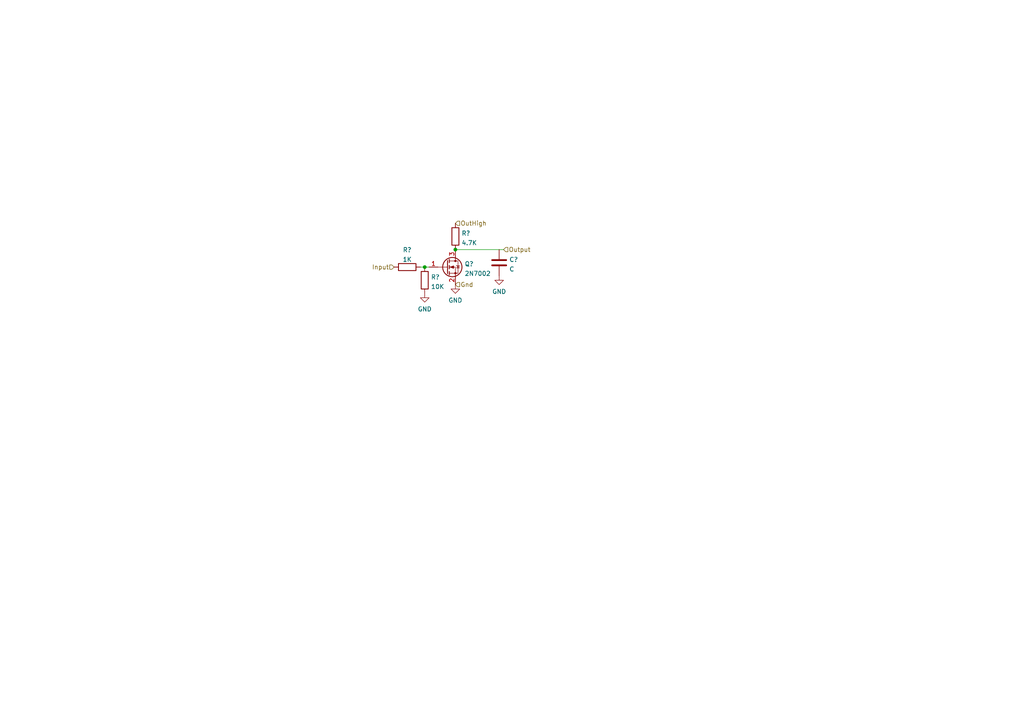
<source format=kicad_sch>
(kicad_sch (version 20211123) (generator eeschema)
  (paper "A4")
  (lib_symbols
    (symbol "Device:C" (pin_numbers hide) (pin_names (offset 0.254))
      (property "Reference" "C" (at 0.635 2.54 0))
      (property "Value" "C" (at 0.635 -2.54 0))
      (symbol "C_0_1"
        (polyline (pts (xy -2.032 -0.762) (xy 2.032 -0.762)) (stroke (width 0.508)))
        (polyline (pts (xy -2.032 0.762) (xy 2.032 0.762)) (stroke (width 0.508)))
      )
      (symbol "C_1_1"
        (pin passive line (at 0 3.81 270) (length 2.794) (name "~") (number "1"))
        (pin passive line (at 0 -3.81 90) (length 2.794) (name "~") (number "2"))
      )
    )
    (symbol "Device:R" (pin_numbers hide) (pin_names (offset 0))
      (property "Reference" "R" (at 2.032 0 90))
      (property "Value" "R" (at 0 0 90))
      (symbol "R_0_1"
        (rectangle (start -1.016 -2.54) (end 1.016 2.54) (stroke (width 0.254)))
      )
      (symbol "R_1_1"
        (pin passive line (at 0 3.81 270) (length 1.27) (name "~") (number "1"))
        (pin passive line (at 0 -3.81 90) (length 1.27) (name "~") (number "2"))
      )
    )
    (symbol "Transistor_FET:2N7002" (pin_names hide)
      (property "Reference" "Q" (at 5.08 1.905 0))
      (property "Value" "2N7002" (at 5.08 0 0))
      (symbol "2N7002_0_1"
        (polyline (pts (xy 0.254 0) (xy -2.54 0)))
        (polyline (pts (xy 0.254 1.905) (xy 0.254 -1.905)) (stroke (width 0.254)))
        (polyline (pts (xy 0.762 -1.27) (xy 0.762 -2.286)) (stroke (width 0.254)))
        (polyline (pts (xy 0.762 0.508) (xy 0.762 -0.508)) (stroke (width 0.254)))
        (polyline (pts (xy 0.762 2.286) (xy 0.762 1.27)) (stroke (width 0.254)))
        (polyline (pts (xy 2.54 2.54) (xy 2.54 1.778)))
        (polyline (pts (xy 2.54 -2.54) (xy 2.54 0) (xy 0.762 0)))
        (polyline (pts (xy 0.762 -1.778) (xy 3.302 -1.778) (xy 3.302 1.778) (xy 0.762 1.778)))
        (polyline (pts (xy 1.016 0) (xy 2.032 0.381) (xy 2.032 -0.381) (xy 1.016 0)) (fill (type outline)))
        (polyline (pts (xy 2.794 0.508) (xy 2.921 0.381) (xy 3.683 0.381) (xy 3.81 0.254)))
        (polyline (pts (xy 3.302 0.381) (xy 2.921 -0.254) (xy 3.683 -0.254) (xy 3.302 0.381)))
        (circle (center 1.651 0) (radius 2.794) (stroke (width 0.254)))
        (circle (center 2.54 -1.778) (radius 0.254) (fill (type outline)))
        (circle (center 2.54 1.778) (radius 0.254) (fill (type outline)))
      )
      (symbol "2N7002_1_1"
        (pin input line (at -5.08 0 0) (length 2.54) (name "G") (number "1"))
        (pin passive line (at 2.54 -5.08 90) (length 2.54) (name "S") (number "2"))
        (pin passive line (at 2.54 5.08 270) (length 2.54) (name "D") (number "3"))
      )
    )
    (symbol "power:GND" (power) (pin_names (offset 0))
      (property "Value" "GND" (at 0 -3.81 0))
      (symbol "GND_0_1"
        (polyline (pts (xy 0 0) (xy 0 -1.27) (xy 1.27 -1.27) (xy 0 -2.54) (xy -1.27 -1.27) (xy 0 -1.27)))
      )
      (symbol "GND_1_1"
        (pin power_in line (at 0 0 270) (length 0) hide (name "GND") (number "1"))
      )
    )
  )
  (junction (at 132.08 72.39))
  (junction (at 123.19 77.47))
  (wire (pts (xy 121.92 77.47) (xy 123.19 77.47)))
  (wire (pts (xy 123.19 77.47) (xy 124.46 77.47)))
  (wire (pts (xy 146.05 72.39) (xy 132.08 72.39)))
  (hierarchical_label "Input" (shape input) (at 114.3 77.47 180))
  (hierarchical_label "OutHigh" (shape input) (at 132.08 64.77 0))
  (hierarchical_label "Output" (shape input) (at 146.05 72.39 0))
  (hierarchical_label "Gnd" (shape input) (at 132.08 82.55 0))
  (symbol (lib_id "power:GND") (at 123.19 85.09 0)
    (property "Reference" "#PWR?" (effects hide))
    (property "Value" "GND" (at 123.19 89.6525 0))
  )
  (symbol (lib_id "Device:R") (at 118.11 77.47 90)
    (property "Reference" "R?" (at 118.11 72.4875 90))
    (property "Value" "1K" (at 118.11 75.2626 90))
    (property "Footprint" "Resistor_SMD:R_0603_1608Metric" (effects hide))
  )
  (symbol (lib_id "Device:C") (at 144.78 76.2 0)
    (property "Reference" "C?" (at 147.701 75.2915 0) (effects (justify left)))
    (property "Value" "C" (at 147.701 78.0666 0) (effects (justify left)))
  )
  (symbol (lib_id "Device:R") (at 132.08 68.58 0)
    (property "Reference" "R?" (at 133.858 67.6715 0) (effects (justify left)))
    (property "Value" "4.7K" (at 133.858 70.4466 0) (effects (justify left)))
    (property "Footprint" "Resistor_SMD:R_0603_1608Metric" (effects hide))
  )
  (symbol (lib_id "power:GND") (at 132.08 82.55 0)
    (property "Reference" "#PWR?" (effects hide))
    (property "Value" "GND" (at 132.08 87.1125 0))
  )
  (symbol (lib_id "Device:R") (at 123.19 81.28 0)
    (property "Reference" "R?" (at 124.968 80.3715 0) (effects (justify left)))
    (property "Value" "10K" (at 124.968 83.1466 0) (effects (justify left)))
    (property "Footprint" "Resistor_SMD:R_0603_1608Metric" (effects hide))
  )
  (symbol (lib_id "power:GND") (at 144.78 80.01 0)
    (property "Reference" "#PWR?" (effects hide))
    (property "Value" "GND" (at 144.78 84.5725 0))
  )
  (symbol (lib_id "Transistor_FET:2N7002") (at 129.54 77.47 0)
    (property "Reference" "Q?" (at 134.747 76.5615 0) (effects (justify left)))
    (property "Value" "2N7002" (at 134.747 79.3366 0) (effects (justify left)))
    (property "Footprint" "Package_TO_SOT_SMD:SOT-23" (effects hide))
    (property "Datasheet" "https://www.onsemi.com/pub/Collateral/NDS7002A-D.PDF" (effects hide))
  )
)
</source>
